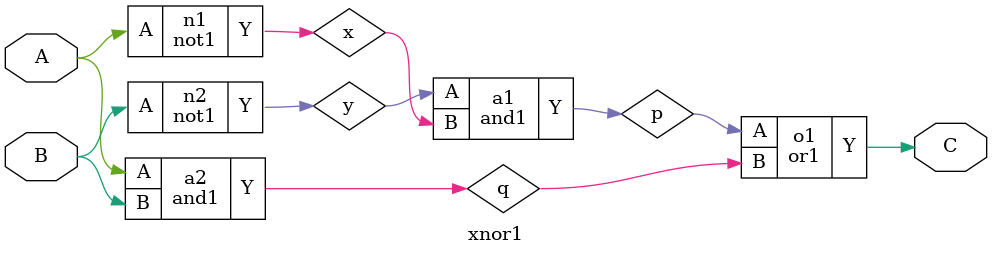
<source format=v>
module and1(input wire A,B, output wire Y);
assign Y = A & B;
endmodule

module or1(input wire A,B, output wire Y);
assign Y = A | B;
endmodule

module not1(input wire A, output wire Y);
assign Y=~A;
endmodule

module nand1(input wire A,B, output wire Y);
wire x;
and1 a1(A,B,x);
not1 a2(x,Y);
endmodule


module nor1(input wire A,B, output wire Y);
wire x;
or1 a1(A,B,x);
not1 a2(x,Y);
endmodule


module xor1(input wire A,B, output wire C);
wire x,y,p,q;
not1 n1(A,x);
not1 n2(B,y);
and1 a1(B,x,p);
and1 a2(A,y,q);
or1 o1(p,q,C);
endmodule

module xnor1(input wire A,B, output wire C);
wire x,y,p,q;
not1 n1(A,x);
not1 n2(B,y);
and1 a1(y,x,p);
and1 a2(A,B,q);
or1 o1(p,q,C);
endmodule



</source>
